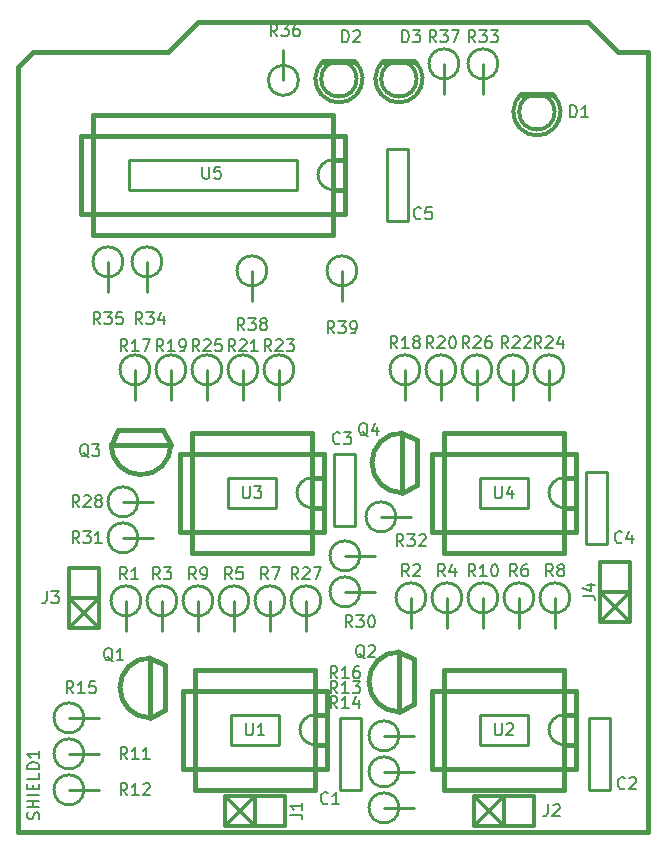
<source format=gto>
G04 #@! TF.FileFunction,Legend,Top*
%FSLAX46Y46*%
G04 Gerber Fmt 4.6, Leading zero omitted, Abs format (unit mm)*
G04 Created by KiCad (PCBNEW 4.0.6) date 10/27/17 08:06:12*
%MOMM*%
%LPD*%
G01*
G04 APERTURE LIST*
%ADD10C,0.100000*%
%ADD11C,0.248920*%
%ADD12C,0.299720*%
%ADD13C,0.254000*%
%ADD14C,0.381000*%
%ADD15C,0.304800*%
%ADD16C,0.150000*%
G04 APERTURE END LIST*
D10*
D11*
X83947000Y-136398000D02*
X85725000Y-136398000D01*
X85725000Y-136398000D02*
X85725000Y-130302000D01*
X85725000Y-130302000D02*
X83947000Y-130302000D01*
X83947000Y-130302000D02*
X83947000Y-136398000D01*
X105029000Y-136398000D02*
X106807000Y-136398000D01*
X106807000Y-136398000D02*
X106807000Y-130302000D01*
X106807000Y-130302000D02*
X105029000Y-130302000D01*
X105029000Y-130302000D02*
X105029000Y-136398000D01*
X85217000Y-107950000D02*
X83439000Y-107950000D01*
X83439000Y-107950000D02*
X83439000Y-114046000D01*
X83439000Y-114046000D02*
X85217000Y-114046000D01*
X85217000Y-114046000D02*
X85217000Y-107950000D01*
X104775000Y-115570000D02*
X106553000Y-115570000D01*
X106553000Y-115570000D02*
X106553000Y-109474000D01*
X106553000Y-109474000D02*
X104775000Y-109474000D01*
X104775000Y-109474000D02*
X104775000Y-115570000D01*
X87884000Y-88265000D02*
X89662000Y-88265000D01*
X89662000Y-88265000D02*
X89662000Y-82169000D01*
X89662000Y-82169000D02*
X87884000Y-82169000D01*
X87884000Y-82169000D02*
X87884000Y-88265000D01*
D12*
X82509360Y-74691240D02*
G75*
G03X82311240Y-77510640I1310640J-1508760D01*
G01*
X85321140Y-77530960D02*
G75*
G03X85150960Y-74698860I-1501140J1330960D01*
G01*
X81821020Y-76200000D02*
G75*
G03X83820000Y-78198980I1998980J0D01*
G01*
X83820000Y-78198980D02*
G75*
G03X85818980Y-76200000I0J1998980D01*
G01*
X85321140Y-74899520D02*
X82318860Y-74899520D01*
X85120480Y-74698860D02*
X82519520Y-74698860D01*
X85321140Y-76200000D02*
G75*
G03X85321140Y-76200000I-1501140J0D01*
G01*
X87589360Y-74691240D02*
G75*
G03X87391240Y-77510640I1310640J-1508760D01*
G01*
X90401140Y-77530960D02*
G75*
G03X90230960Y-74698860I-1501140J1330960D01*
G01*
X86901020Y-76200000D02*
G75*
G03X88900000Y-78198980I1998980J0D01*
G01*
X88900000Y-78198980D02*
G75*
G03X90898980Y-76200000I0J1998980D01*
G01*
X90401140Y-74899520D02*
X87398860Y-74899520D01*
X90200480Y-74698860D02*
X87599520Y-74698860D01*
X90401140Y-76200000D02*
G75*
G03X90401140Y-76200000I-1501140J0D01*
G01*
D13*
X65786000Y-120396000D02*
X65786000Y-122936000D01*
X67056000Y-120396000D02*
G75*
G03X67056000Y-120396000I-1270000J0D01*
G01*
X89916000Y-120142000D02*
X89916000Y-122682000D01*
X91186000Y-120142000D02*
G75*
G03X91186000Y-120142000I-1270000J0D01*
G01*
X68834000Y-120396000D02*
X68834000Y-122936000D01*
X70104000Y-120396000D02*
G75*
G03X70104000Y-120396000I-1270000J0D01*
G01*
X92964000Y-120142000D02*
X92964000Y-122682000D01*
X94234000Y-120142000D02*
G75*
G03X94234000Y-120142000I-1270000J0D01*
G01*
X74930000Y-120396000D02*
X74930000Y-122936000D01*
X76200000Y-120396000D02*
G75*
G03X76200000Y-120396000I-1270000J0D01*
G01*
X99060000Y-120142000D02*
X99060000Y-122682000D01*
X100330000Y-120142000D02*
G75*
G03X100330000Y-120142000I-1270000J0D01*
G01*
X77978000Y-120396000D02*
X77978000Y-122936000D01*
X79248000Y-120396000D02*
G75*
G03X79248000Y-120396000I-1270000J0D01*
G01*
X102108000Y-120142000D02*
X102108000Y-122682000D01*
X103378000Y-120142000D02*
G75*
G03X103378000Y-120142000I-1270000J0D01*
G01*
X71882000Y-120396000D02*
X71882000Y-122936000D01*
X73152000Y-120396000D02*
G75*
G03X73152000Y-120396000I-1270000J0D01*
G01*
X96012000Y-120142000D02*
X96012000Y-122682000D01*
X97282000Y-120142000D02*
G75*
G03X97282000Y-120142000I-1270000J0D01*
G01*
X60960000Y-133350000D02*
X63500000Y-133350000D01*
X62230000Y-133350000D02*
G75*
G03X62230000Y-133350000I-1270000J0D01*
G01*
X60960000Y-136398000D02*
X63500000Y-136398000D01*
X62230000Y-136398000D02*
G75*
G03X62230000Y-136398000I-1270000J0D01*
G01*
X87630000Y-134874000D02*
X90170000Y-134874000D01*
X88900000Y-134874000D02*
G75*
G03X88900000Y-134874000I-1270000J0D01*
G01*
X87630000Y-137922000D02*
X90170000Y-137922000D01*
X88900000Y-137922000D02*
G75*
G03X88900000Y-137922000I-1270000J0D01*
G01*
X60960000Y-130302000D02*
X63500000Y-130302000D01*
X62230000Y-130302000D02*
G75*
G03X62230000Y-130302000I-1270000J0D01*
G01*
X87630000Y-131826000D02*
X90170000Y-131826000D01*
X88900000Y-131826000D02*
G75*
G03X88900000Y-131826000I-1270000J0D01*
G01*
X66548000Y-100838000D02*
X66548000Y-103378000D01*
X67818000Y-100838000D02*
G75*
G03X67818000Y-100838000I-1270000J0D01*
G01*
X89408000Y-100838000D02*
X89408000Y-103378000D01*
X90678000Y-100838000D02*
G75*
G03X90678000Y-100838000I-1270000J0D01*
G01*
X69596000Y-100838000D02*
X69596000Y-103378000D01*
X70866000Y-100838000D02*
G75*
G03X70866000Y-100838000I-1270000J0D01*
G01*
X92456000Y-100838000D02*
X92456000Y-103378000D01*
X93726000Y-100838000D02*
G75*
G03X93726000Y-100838000I-1270000J0D01*
G01*
X75692000Y-100838000D02*
X75692000Y-103378000D01*
X76962000Y-100838000D02*
G75*
G03X76962000Y-100838000I-1270000J0D01*
G01*
X98552000Y-100838000D02*
X98552000Y-103378000D01*
X99822000Y-100838000D02*
G75*
G03X99822000Y-100838000I-1270000J0D01*
G01*
X78740000Y-100838000D02*
X78740000Y-103378000D01*
X80010000Y-100838000D02*
G75*
G03X80010000Y-100838000I-1270000J0D01*
G01*
X101600000Y-100838000D02*
X101600000Y-103378000D01*
X102870000Y-100838000D02*
G75*
G03X102870000Y-100838000I-1270000J0D01*
G01*
X72644000Y-100838000D02*
X72644000Y-103378000D01*
X73914000Y-100838000D02*
G75*
G03X73914000Y-100838000I-1270000J0D01*
G01*
X95504000Y-100838000D02*
X95504000Y-103378000D01*
X96774000Y-100838000D02*
G75*
G03X96774000Y-100838000I-1270000J0D01*
G01*
X81026000Y-120396000D02*
X81026000Y-122936000D01*
X82296000Y-120396000D02*
G75*
G03X82296000Y-120396000I-1270000J0D01*
G01*
X65532000Y-112014000D02*
X68072000Y-112014000D01*
X66802000Y-112014000D02*
G75*
G03X66802000Y-112014000I-1270000J0D01*
G01*
X84328000Y-116586000D02*
X86868000Y-116586000D01*
X85598000Y-116586000D02*
G75*
G03X85598000Y-116586000I-1270000J0D01*
G01*
X84328000Y-119634000D02*
X86868000Y-119634000D01*
X85598000Y-119634000D02*
G75*
G03X85598000Y-119634000I-1270000J0D01*
G01*
X65532000Y-115062000D02*
X68072000Y-115062000D01*
X66802000Y-115062000D02*
G75*
G03X66802000Y-115062000I-1270000J0D01*
G01*
X87376000Y-113284000D02*
X89916000Y-113284000D01*
X88646000Y-113284000D02*
G75*
G03X88646000Y-113284000I-1270000J0D01*
G01*
X96012000Y-74930000D02*
X96012000Y-77470000D01*
X97282000Y-74930000D02*
G75*
G03X97282000Y-74930000I-1270000J0D01*
G01*
X67564000Y-91694000D02*
X67564000Y-94234000D01*
X68834000Y-91694000D02*
G75*
G03X68834000Y-91694000I-1270000J0D01*
G01*
X64262000Y-91694000D02*
X64262000Y-94234000D01*
X65532000Y-91694000D02*
G75*
G03X65532000Y-91694000I-1270000J0D01*
G01*
X79121000Y-76327000D02*
X79121000Y-73787000D01*
X80391000Y-76327000D02*
G75*
G03X80391000Y-76327000I-1270000J0D01*
G01*
X92710000Y-74930000D02*
X92710000Y-77470000D01*
X93980000Y-74930000D02*
G75*
G03X93980000Y-74930000I-1270000J0D01*
G01*
X76454000Y-92456000D02*
X76454000Y-94996000D01*
X77724000Y-92456000D02*
G75*
G03X77724000Y-92456000I-1270000J0D01*
G01*
X84074000Y-92456000D02*
X84074000Y-94996000D01*
X85344000Y-92456000D02*
G75*
G03X85344000Y-92456000I-1270000J0D01*
G01*
D14*
X69360000Y-73960000D02*
X57930000Y-73960000D01*
X57930000Y-73960000D02*
X56660000Y-75230000D01*
X56660000Y-75230000D02*
X56660000Y-140000000D01*
X110000000Y-73960000D02*
X110000000Y-140000000D01*
X110000000Y-140000000D02*
X56660000Y-140000000D01*
X69360000Y-73960000D02*
X71900000Y-71420000D01*
X71900000Y-71420000D02*
X104920000Y-71420000D01*
X104920000Y-71420000D02*
X107460000Y-73960000D01*
X107460000Y-73960000D02*
X110000000Y-73960000D01*
D13*
X74676000Y-130048000D02*
X78740000Y-130048000D01*
X78740000Y-132588000D02*
X74676000Y-132588000D01*
D14*
X71628000Y-126238000D02*
X81788000Y-126238000D01*
X82804000Y-128016000D02*
X70612000Y-128016000D01*
X71628000Y-136398000D02*
X81788000Y-136398000D01*
X82804000Y-134620000D02*
X70612000Y-134620000D01*
D13*
X80518000Y-131318000D02*
G75*
G03X81788000Y-132588000I1270000J0D01*
G01*
X81788000Y-130048000D02*
G75*
G03X80518000Y-131318000I0J-1270000D01*
G01*
D14*
X81788000Y-130048000D02*
X82804000Y-130048000D01*
X81788000Y-132588000D02*
X82804000Y-132588000D01*
D13*
X78740000Y-132588000D02*
X78740000Y-130048000D01*
X74676000Y-130048000D02*
X74676000Y-132588000D01*
D14*
X71628000Y-136398000D02*
X71628000Y-126238000D01*
X81788000Y-126238000D02*
X81788000Y-136398000D01*
X70612000Y-134620000D02*
X70612000Y-128016000D01*
X82804000Y-128016000D02*
X82804000Y-134620000D01*
D13*
X95758000Y-130048000D02*
X99822000Y-130048000D01*
X99822000Y-132588000D02*
X95758000Y-132588000D01*
D14*
X92710000Y-126238000D02*
X102870000Y-126238000D01*
X103886000Y-128016000D02*
X91694000Y-128016000D01*
X92710000Y-136398000D02*
X102870000Y-136398000D01*
X103886000Y-134620000D02*
X91694000Y-134620000D01*
D13*
X101600000Y-131318000D02*
G75*
G03X102870000Y-132588000I1270000J0D01*
G01*
X102870000Y-130048000D02*
G75*
G03X101600000Y-131318000I0J-1270000D01*
G01*
D14*
X102870000Y-130048000D02*
X103886000Y-130048000D01*
X102870000Y-132588000D02*
X103886000Y-132588000D01*
D13*
X99822000Y-132588000D02*
X99822000Y-130048000D01*
X95758000Y-130048000D02*
X95758000Y-132588000D01*
D14*
X92710000Y-136398000D02*
X92710000Y-126238000D01*
X102870000Y-126238000D02*
X102870000Y-136398000D01*
X91694000Y-134620000D02*
X91694000Y-128016000D01*
X103886000Y-128016000D02*
X103886000Y-134620000D01*
D13*
X74422000Y-109982000D02*
X78486000Y-109982000D01*
X78486000Y-112522000D02*
X74422000Y-112522000D01*
D14*
X71374000Y-106172000D02*
X81534000Y-106172000D01*
X82550000Y-107950000D02*
X70358000Y-107950000D01*
X71374000Y-116332000D02*
X81534000Y-116332000D01*
X82550000Y-114554000D02*
X70358000Y-114554000D01*
D13*
X80264000Y-111252000D02*
G75*
G03X81534000Y-112522000I1270000J0D01*
G01*
X81534000Y-109982000D02*
G75*
G03X80264000Y-111252000I0J-1270000D01*
G01*
D14*
X81534000Y-109982000D02*
X82550000Y-109982000D01*
X81534000Y-112522000D02*
X82550000Y-112522000D01*
D13*
X78486000Y-112522000D02*
X78486000Y-109982000D01*
X74422000Y-109982000D02*
X74422000Y-112522000D01*
D14*
X71374000Y-116332000D02*
X71374000Y-106172000D01*
X81534000Y-106172000D02*
X81534000Y-116332000D01*
X70358000Y-114554000D02*
X70358000Y-107950000D01*
X82550000Y-107950000D02*
X82550000Y-114554000D01*
D13*
X95758000Y-109982000D02*
X99822000Y-109982000D01*
X99822000Y-112522000D02*
X95758000Y-112522000D01*
D14*
X92710000Y-106172000D02*
X102870000Y-106172000D01*
X103886000Y-107950000D02*
X91694000Y-107950000D01*
X92710000Y-116332000D02*
X102870000Y-116332000D01*
X103886000Y-114554000D02*
X91694000Y-114554000D01*
D13*
X101600000Y-111252000D02*
G75*
G03X102870000Y-112522000I1270000J0D01*
G01*
X102870000Y-109982000D02*
G75*
G03X101600000Y-111252000I0J-1270000D01*
G01*
D14*
X102870000Y-109982000D02*
X103886000Y-109982000D01*
X102870000Y-112522000D02*
X103886000Y-112522000D01*
D13*
X99822000Y-112522000D02*
X99822000Y-109982000D01*
X95758000Y-109982000D02*
X95758000Y-112522000D01*
D14*
X92710000Y-116332000D02*
X92710000Y-106172000D01*
X102870000Y-106172000D02*
X102870000Y-116332000D01*
X91694000Y-114554000D02*
X91694000Y-107950000D01*
X103886000Y-107950000D02*
X103886000Y-114554000D01*
D13*
X66040000Y-83058000D02*
X80264000Y-83058000D01*
X80264000Y-85598000D02*
X66040000Y-85598000D01*
D14*
X62992000Y-89408000D02*
X83312000Y-89408000D01*
X83312000Y-79248000D02*
X62992000Y-79248000D01*
X61976000Y-81026000D02*
X84328000Y-81026000D01*
X84328000Y-87630000D02*
X61976000Y-87630000D01*
D13*
X82042000Y-84328000D02*
G75*
G03X83312000Y-85598000I1270000J0D01*
G01*
X83312000Y-83058000D02*
G75*
G03X82042000Y-84328000I0J-1270000D01*
G01*
D14*
X83312000Y-83058000D02*
X84328000Y-83058000D01*
X83312000Y-85598000D02*
X84328000Y-85598000D01*
D13*
X80264000Y-85598000D02*
X80264000Y-83058000D01*
X66040000Y-83058000D02*
X66040000Y-85598000D01*
D14*
X62992000Y-89408000D02*
X62992000Y-79248000D01*
X83312000Y-79248000D02*
X83312000Y-89408000D01*
X61976000Y-87630000D02*
X61976000Y-81026000D01*
X84328000Y-81026000D02*
X84328000Y-87630000D01*
D12*
X99273360Y-77485240D02*
G75*
G03X99075240Y-80304640I1310640J-1508760D01*
G01*
X102085140Y-80324960D02*
G75*
G03X101914960Y-77492860I-1501140J1330960D01*
G01*
X98585020Y-78994000D02*
G75*
G03X100584000Y-80992980I1998980J0D01*
G01*
X100584000Y-80992980D02*
G75*
G03X102582980Y-78994000I0J1998980D01*
G01*
X102085140Y-77693520D02*
X99082860Y-77693520D01*
X101884480Y-77492860D02*
X99283520Y-77492860D01*
X102085140Y-78994000D02*
G75*
G03X102085140Y-78994000I-1501140J0D01*
G01*
D14*
X67818000Y-125222000D02*
X67818000Y-130302000D01*
X67818000Y-125222000D02*
X69088000Y-125857000D01*
X69088000Y-125857000D02*
X69088000Y-129667000D01*
X69088000Y-129667000D02*
X67818000Y-130302000D01*
X67818000Y-125222000D02*
G75*
G03X65278000Y-127762000I0J-2540000D01*
G01*
X65278000Y-127762000D02*
G75*
G03X67818000Y-130302000I2540000J0D01*
G01*
X88900000Y-124714000D02*
X88900000Y-129794000D01*
X88900000Y-124714000D02*
X90170000Y-125349000D01*
X90170000Y-125349000D02*
X90170000Y-129159000D01*
X90170000Y-129159000D02*
X88900000Y-129794000D01*
X88900000Y-124714000D02*
G75*
G03X86360000Y-127254000I0J-2540000D01*
G01*
X86360000Y-127254000D02*
G75*
G03X88900000Y-129794000I2540000J0D01*
G01*
X64516000Y-107188000D02*
X69596000Y-107188000D01*
X64516000Y-107188000D02*
X65151000Y-105918000D01*
X65151000Y-105918000D02*
X68961000Y-105918000D01*
X68961000Y-105918000D02*
X69596000Y-107188000D01*
X64516000Y-107188000D02*
G75*
G03X67056000Y-109728000I2540000J0D01*
G01*
X67056000Y-109728000D02*
G75*
G03X69596000Y-107188000I0J2540000D01*
G01*
X89154000Y-106172000D02*
X89154000Y-111252000D01*
X89154000Y-106172000D02*
X90424000Y-106807000D01*
X90424000Y-106807000D02*
X90424000Y-110617000D01*
X90424000Y-110617000D02*
X89154000Y-111252000D01*
X89154000Y-106172000D02*
G75*
G03X86614000Y-108712000I0J-2540000D01*
G01*
X86614000Y-108712000D02*
G75*
G03X89154000Y-111252000I2540000J0D01*
G01*
D15*
X76708000Y-136906000D02*
X76708000Y-139446000D01*
X76708000Y-139446000D02*
X74168000Y-136906000D01*
X74168000Y-139446000D02*
X76708000Y-136906000D01*
X79248000Y-139446000D02*
X74168000Y-139446000D01*
X74168000Y-136906000D02*
X79248000Y-136906000D01*
X74168000Y-139446000D02*
X74168000Y-136906000D01*
X79248000Y-136906000D02*
X79248000Y-139446000D01*
X97790000Y-136906000D02*
X97790000Y-139446000D01*
X97790000Y-139446000D02*
X95250000Y-136906000D01*
X95250000Y-139446000D02*
X97790000Y-136906000D01*
X100330000Y-139446000D02*
X95250000Y-139446000D01*
X95250000Y-136906000D02*
X100330000Y-136906000D01*
X95250000Y-139446000D02*
X95250000Y-136906000D01*
X100330000Y-136906000D02*
X100330000Y-139446000D01*
X60960000Y-120142000D02*
X63500000Y-120142000D01*
X63500000Y-120142000D02*
X60960000Y-122682000D01*
X63500000Y-122682000D02*
X60960000Y-120142000D01*
X63500000Y-117602000D02*
X63500000Y-122682000D01*
X60960000Y-122682000D02*
X60960000Y-117602000D01*
X63500000Y-122682000D02*
X60960000Y-122682000D01*
X60960000Y-117602000D02*
X63500000Y-117602000D01*
X105918000Y-119634000D02*
X108458000Y-119634000D01*
X108458000Y-119634000D02*
X105918000Y-122174000D01*
X108458000Y-122174000D02*
X105918000Y-119634000D01*
X108458000Y-117094000D02*
X108458000Y-122174000D01*
X105918000Y-122174000D02*
X105918000Y-117094000D01*
X108458000Y-122174000D02*
X105918000Y-122174000D01*
X105918000Y-117094000D02*
X108458000Y-117094000D01*
D16*
X82891334Y-137517143D02*
X82843715Y-137564762D01*
X82700858Y-137612381D01*
X82605620Y-137612381D01*
X82462762Y-137564762D01*
X82367524Y-137469524D01*
X82319905Y-137374286D01*
X82272286Y-137183810D01*
X82272286Y-137040952D01*
X82319905Y-136850476D01*
X82367524Y-136755238D01*
X82462762Y-136660000D01*
X82605620Y-136612381D01*
X82700858Y-136612381D01*
X82843715Y-136660000D01*
X82891334Y-136707619D01*
X83843715Y-137612381D02*
X83272286Y-137612381D01*
X83558000Y-137612381D02*
X83558000Y-136612381D01*
X83462762Y-136755238D01*
X83367524Y-136850476D01*
X83272286Y-136898095D01*
X108037334Y-136247143D02*
X107989715Y-136294762D01*
X107846858Y-136342381D01*
X107751620Y-136342381D01*
X107608762Y-136294762D01*
X107513524Y-136199524D01*
X107465905Y-136104286D01*
X107418286Y-135913810D01*
X107418286Y-135770952D01*
X107465905Y-135580476D01*
X107513524Y-135485238D01*
X107608762Y-135390000D01*
X107751620Y-135342381D01*
X107846858Y-135342381D01*
X107989715Y-135390000D01*
X108037334Y-135437619D01*
X108418286Y-135437619D02*
X108465905Y-135390000D01*
X108561143Y-135342381D01*
X108799239Y-135342381D01*
X108894477Y-135390000D01*
X108942096Y-135437619D01*
X108989715Y-135532857D01*
X108989715Y-135628095D01*
X108942096Y-135770952D01*
X108370667Y-136342381D01*
X108989715Y-136342381D01*
X83907334Y-107037143D02*
X83859715Y-107084762D01*
X83716858Y-107132381D01*
X83621620Y-107132381D01*
X83478762Y-107084762D01*
X83383524Y-106989524D01*
X83335905Y-106894286D01*
X83288286Y-106703810D01*
X83288286Y-106560952D01*
X83335905Y-106370476D01*
X83383524Y-106275238D01*
X83478762Y-106180000D01*
X83621620Y-106132381D01*
X83716858Y-106132381D01*
X83859715Y-106180000D01*
X83907334Y-106227619D01*
X84240667Y-106132381D02*
X84859715Y-106132381D01*
X84526381Y-106513333D01*
X84669239Y-106513333D01*
X84764477Y-106560952D01*
X84812096Y-106608571D01*
X84859715Y-106703810D01*
X84859715Y-106941905D01*
X84812096Y-107037143D01*
X84764477Y-107084762D01*
X84669239Y-107132381D01*
X84383524Y-107132381D01*
X84288286Y-107084762D01*
X84240667Y-107037143D01*
X107783334Y-115419143D02*
X107735715Y-115466762D01*
X107592858Y-115514381D01*
X107497620Y-115514381D01*
X107354762Y-115466762D01*
X107259524Y-115371524D01*
X107211905Y-115276286D01*
X107164286Y-115085810D01*
X107164286Y-114942952D01*
X107211905Y-114752476D01*
X107259524Y-114657238D01*
X107354762Y-114562000D01*
X107497620Y-114514381D01*
X107592858Y-114514381D01*
X107735715Y-114562000D01*
X107783334Y-114609619D01*
X108640477Y-114847714D02*
X108640477Y-115514381D01*
X108402381Y-114466762D02*
X108164286Y-115181048D01*
X108783334Y-115181048D01*
X90765334Y-87987143D02*
X90717715Y-88034762D01*
X90574858Y-88082381D01*
X90479620Y-88082381D01*
X90336762Y-88034762D01*
X90241524Y-87939524D01*
X90193905Y-87844286D01*
X90146286Y-87653810D01*
X90146286Y-87510952D01*
X90193905Y-87320476D01*
X90241524Y-87225238D01*
X90336762Y-87130000D01*
X90479620Y-87082381D01*
X90574858Y-87082381D01*
X90717715Y-87130000D01*
X90765334Y-87177619D01*
X91670096Y-87082381D02*
X91193905Y-87082381D01*
X91146286Y-87558571D01*
X91193905Y-87510952D01*
X91289143Y-87463333D01*
X91527239Y-87463333D01*
X91622477Y-87510952D01*
X91670096Y-87558571D01*
X91717715Y-87653810D01*
X91717715Y-87891905D01*
X91670096Y-87987143D01*
X91622477Y-88034762D01*
X91527239Y-88082381D01*
X91289143Y-88082381D01*
X91193905Y-88034762D01*
X91146286Y-87987143D01*
X84097905Y-73096381D02*
X84097905Y-72096381D01*
X84336000Y-72096381D01*
X84478858Y-72144000D01*
X84574096Y-72239238D01*
X84621715Y-72334476D01*
X84669334Y-72524952D01*
X84669334Y-72667810D01*
X84621715Y-72858286D01*
X84574096Y-72953524D01*
X84478858Y-73048762D01*
X84336000Y-73096381D01*
X84097905Y-73096381D01*
X85050286Y-72191619D02*
X85097905Y-72144000D01*
X85193143Y-72096381D01*
X85431239Y-72096381D01*
X85526477Y-72144000D01*
X85574096Y-72191619D01*
X85621715Y-72286857D01*
X85621715Y-72382095D01*
X85574096Y-72524952D01*
X85002667Y-73096381D01*
X85621715Y-73096381D01*
X89177905Y-73096381D02*
X89177905Y-72096381D01*
X89416000Y-72096381D01*
X89558858Y-72144000D01*
X89654096Y-72239238D01*
X89701715Y-72334476D01*
X89749334Y-72524952D01*
X89749334Y-72667810D01*
X89701715Y-72858286D01*
X89654096Y-72953524D01*
X89558858Y-73048762D01*
X89416000Y-73096381D01*
X89177905Y-73096381D01*
X90082667Y-72096381D02*
X90701715Y-72096381D01*
X90368381Y-72477333D01*
X90511239Y-72477333D01*
X90606477Y-72524952D01*
X90654096Y-72572571D01*
X90701715Y-72667810D01*
X90701715Y-72905905D01*
X90654096Y-73001143D01*
X90606477Y-73048762D01*
X90511239Y-73096381D01*
X90225524Y-73096381D01*
X90130286Y-73048762D01*
X90082667Y-73001143D01*
X65873334Y-118562381D02*
X65540000Y-118086190D01*
X65301905Y-118562381D02*
X65301905Y-117562381D01*
X65682858Y-117562381D01*
X65778096Y-117610000D01*
X65825715Y-117657619D01*
X65873334Y-117752857D01*
X65873334Y-117895714D01*
X65825715Y-117990952D01*
X65778096Y-118038571D01*
X65682858Y-118086190D01*
X65301905Y-118086190D01*
X66825715Y-118562381D02*
X66254286Y-118562381D01*
X66540000Y-118562381D02*
X66540000Y-117562381D01*
X66444762Y-117705238D01*
X66349524Y-117800476D01*
X66254286Y-117848095D01*
X89749334Y-118308381D02*
X89416000Y-117832190D01*
X89177905Y-118308381D02*
X89177905Y-117308381D01*
X89558858Y-117308381D01*
X89654096Y-117356000D01*
X89701715Y-117403619D01*
X89749334Y-117498857D01*
X89749334Y-117641714D01*
X89701715Y-117736952D01*
X89654096Y-117784571D01*
X89558858Y-117832190D01*
X89177905Y-117832190D01*
X90130286Y-117403619D02*
X90177905Y-117356000D01*
X90273143Y-117308381D01*
X90511239Y-117308381D01*
X90606477Y-117356000D01*
X90654096Y-117403619D01*
X90701715Y-117498857D01*
X90701715Y-117594095D01*
X90654096Y-117736952D01*
X90082667Y-118308381D01*
X90701715Y-118308381D01*
X68667334Y-118562381D02*
X68334000Y-118086190D01*
X68095905Y-118562381D02*
X68095905Y-117562381D01*
X68476858Y-117562381D01*
X68572096Y-117610000D01*
X68619715Y-117657619D01*
X68667334Y-117752857D01*
X68667334Y-117895714D01*
X68619715Y-117990952D01*
X68572096Y-118038571D01*
X68476858Y-118086190D01*
X68095905Y-118086190D01*
X69000667Y-117562381D02*
X69619715Y-117562381D01*
X69286381Y-117943333D01*
X69429239Y-117943333D01*
X69524477Y-117990952D01*
X69572096Y-118038571D01*
X69619715Y-118133810D01*
X69619715Y-118371905D01*
X69572096Y-118467143D01*
X69524477Y-118514762D01*
X69429239Y-118562381D01*
X69143524Y-118562381D01*
X69048286Y-118514762D01*
X69000667Y-118467143D01*
X92797334Y-118308381D02*
X92464000Y-117832190D01*
X92225905Y-118308381D02*
X92225905Y-117308381D01*
X92606858Y-117308381D01*
X92702096Y-117356000D01*
X92749715Y-117403619D01*
X92797334Y-117498857D01*
X92797334Y-117641714D01*
X92749715Y-117736952D01*
X92702096Y-117784571D01*
X92606858Y-117832190D01*
X92225905Y-117832190D01*
X93654477Y-117641714D02*
X93654477Y-118308381D01*
X93416381Y-117260762D02*
X93178286Y-117975048D01*
X93797334Y-117975048D01*
X74763334Y-118562381D02*
X74430000Y-118086190D01*
X74191905Y-118562381D02*
X74191905Y-117562381D01*
X74572858Y-117562381D01*
X74668096Y-117610000D01*
X74715715Y-117657619D01*
X74763334Y-117752857D01*
X74763334Y-117895714D01*
X74715715Y-117990952D01*
X74668096Y-118038571D01*
X74572858Y-118086190D01*
X74191905Y-118086190D01*
X75668096Y-117562381D02*
X75191905Y-117562381D01*
X75144286Y-118038571D01*
X75191905Y-117990952D01*
X75287143Y-117943333D01*
X75525239Y-117943333D01*
X75620477Y-117990952D01*
X75668096Y-118038571D01*
X75715715Y-118133810D01*
X75715715Y-118371905D01*
X75668096Y-118467143D01*
X75620477Y-118514762D01*
X75525239Y-118562381D01*
X75287143Y-118562381D01*
X75191905Y-118514762D01*
X75144286Y-118467143D01*
X98893334Y-118308381D02*
X98560000Y-117832190D01*
X98321905Y-118308381D02*
X98321905Y-117308381D01*
X98702858Y-117308381D01*
X98798096Y-117356000D01*
X98845715Y-117403619D01*
X98893334Y-117498857D01*
X98893334Y-117641714D01*
X98845715Y-117736952D01*
X98798096Y-117784571D01*
X98702858Y-117832190D01*
X98321905Y-117832190D01*
X99750477Y-117308381D02*
X99560000Y-117308381D01*
X99464762Y-117356000D01*
X99417143Y-117403619D01*
X99321905Y-117546476D01*
X99274286Y-117736952D01*
X99274286Y-118117905D01*
X99321905Y-118213143D01*
X99369524Y-118260762D01*
X99464762Y-118308381D01*
X99655239Y-118308381D01*
X99750477Y-118260762D01*
X99798096Y-118213143D01*
X99845715Y-118117905D01*
X99845715Y-117879810D01*
X99798096Y-117784571D01*
X99750477Y-117736952D01*
X99655239Y-117689333D01*
X99464762Y-117689333D01*
X99369524Y-117736952D01*
X99321905Y-117784571D01*
X99274286Y-117879810D01*
X77811334Y-118562381D02*
X77478000Y-118086190D01*
X77239905Y-118562381D02*
X77239905Y-117562381D01*
X77620858Y-117562381D01*
X77716096Y-117610000D01*
X77763715Y-117657619D01*
X77811334Y-117752857D01*
X77811334Y-117895714D01*
X77763715Y-117990952D01*
X77716096Y-118038571D01*
X77620858Y-118086190D01*
X77239905Y-118086190D01*
X78144667Y-117562381D02*
X78811334Y-117562381D01*
X78382762Y-118562381D01*
X101941334Y-118308381D02*
X101608000Y-117832190D01*
X101369905Y-118308381D02*
X101369905Y-117308381D01*
X101750858Y-117308381D01*
X101846096Y-117356000D01*
X101893715Y-117403619D01*
X101941334Y-117498857D01*
X101941334Y-117641714D01*
X101893715Y-117736952D01*
X101846096Y-117784571D01*
X101750858Y-117832190D01*
X101369905Y-117832190D01*
X102512762Y-117736952D02*
X102417524Y-117689333D01*
X102369905Y-117641714D01*
X102322286Y-117546476D01*
X102322286Y-117498857D01*
X102369905Y-117403619D01*
X102417524Y-117356000D01*
X102512762Y-117308381D01*
X102703239Y-117308381D01*
X102798477Y-117356000D01*
X102846096Y-117403619D01*
X102893715Y-117498857D01*
X102893715Y-117546476D01*
X102846096Y-117641714D01*
X102798477Y-117689333D01*
X102703239Y-117736952D01*
X102512762Y-117736952D01*
X102417524Y-117784571D01*
X102369905Y-117832190D01*
X102322286Y-117927429D01*
X102322286Y-118117905D01*
X102369905Y-118213143D01*
X102417524Y-118260762D01*
X102512762Y-118308381D01*
X102703239Y-118308381D01*
X102798477Y-118260762D01*
X102846096Y-118213143D01*
X102893715Y-118117905D01*
X102893715Y-117927429D01*
X102846096Y-117832190D01*
X102798477Y-117784571D01*
X102703239Y-117736952D01*
X71715334Y-118562381D02*
X71382000Y-118086190D01*
X71143905Y-118562381D02*
X71143905Y-117562381D01*
X71524858Y-117562381D01*
X71620096Y-117610000D01*
X71667715Y-117657619D01*
X71715334Y-117752857D01*
X71715334Y-117895714D01*
X71667715Y-117990952D01*
X71620096Y-118038571D01*
X71524858Y-118086190D01*
X71143905Y-118086190D01*
X72191524Y-118562381D02*
X72382000Y-118562381D01*
X72477239Y-118514762D01*
X72524858Y-118467143D01*
X72620096Y-118324286D01*
X72667715Y-118133810D01*
X72667715Y-117752857D01*
X72620096Y-117657619D01*
X72572477Y-117610000D01*
X72477239Y-117562381D01*
X72286762Y-117562381D01*
X72191524Y-117610000D01*
X72143905Y-117657619D01*
X72096286Y-117752857D01*
X72096286Y-117990952D01*
X72143905Y-118086190D01*
X72191524Y-118133810D01*
X72286762Y-118181429D01*
X72477239Y-118181429D01*
X72572477Y-118133810D01*
X72620096Y-118086190D01*
X72667715Y-117990952D01*
X95369143Y-118308381D02*
X95035809Y-117832190D01*
X94797714Y-118308381D02*
X94797714Y-117308381D01*
X95178667Y-117308381D01*
X95273905Y-117356000D01*
X95321524Y-117403619D01*
X95369143Y-117498857D01*
X95369143Y-117641714D01*
X95321524Y-117736952D01*
X95273905Y-117784571D01*
X95178667Y-117832190D01*
X94797714Y-117832190D01*
X96321524Y-118308381D02*
X95750095Y-118308381D01*
X96035809Y-118308381D02*
X96035809Y-117308381D01*
X95940571Y-117451238D01*
X95845333Y-117546476D01*
X95750095Y-117594095D01*
X96940571Y-117308381D02*
X97035810Y-117308381D01*
X97131048Y-117356000D01*
X97178667Y-117403619D01*
X97226286Y-117498857D01*
X97273905Y-117689333D01*
X97273905Y-117927429D01*
X97226286Y-118117905D01*
X97178667Y-118213143D01*
X97131048Y-118260762D01*
X97035810Y-118308381D01*
X96940571Y-118308381D01*
X96845333Y-118260762D01*
X96797714Y-118213143D01*
X96750095Y-118117905D01*
X96702476Y-117927429D01*
X96702476Y-117689333D01*
X96750095Y-117498857D01*
X96797714Y-117403619D01*
X96845333Y-117356000D01*
X96940571Y-117308381D01*
X65905143Y-133802381D02*
X65571809Y-133326190D01*
X65333714Y-133802381D02*
X65333714Y-132802381D01*
X65714667Y-132802381D01*
X65809905Y-132850000D01*
X65857524Y-132897619D01*
X65905143Y-132992857D01*
X65905143Y-133135714D01*
X65857524Y-133230952D01*
X65809905Y-133278571D01*
X65714667Y-133326190D01*
X65333714Y-133326190D01*
X66857524Y-133802381D02*
X66286095Y-133802381D01*
X66571809Y-133802381D02*
X66571809Y-132802381D01*
X66476571Y-132945238D01*
X66381333Y-133040476D01*
X66286095Y-133088095D01*
X67809905Y-133802381D02*
X67238476Y-133802381D01*
X67524190Y-133802381D02*
X67524190Y-132802381D01*
X67428952Y-132945238D01*
X67333714Y-133040476D01*
X67238476Y-133088095D01*
X65905143Y-136850381D02*
X65571809Y-136374190D01*
X65333714Y-136850381D02*
X65333714Y-135850381D01*
X65714667Y-135850381D01*
X65809905Y-135898000D01*
X65857524Y-135945619D01*
X65905143Y-136040857D01*
X65905143Y-136183714D01*
X65857524Y-136278952D01*
X65809905Y-136326571D01*
X65714667Y-136374190D01*
X65333714Y-136374190D01*
X66857524Y-136850381D02*
X66286095Y-136850381D01*
X66571809Y-136850381D02*
X66571809Y-135850381D01*
X66476571Y-135993238D01*
X66381333Y-136088476D01*
X66286095Y-136136095D01*
X67238476Y-135945619D02*
X67286095Y-135898000D01*
X67381333Y-135850381D01*
X67619429Y-135850381D01*
X67714667Y-135898000D01*
X67762286Y-135945619D01*
X67809905Y-136040857D01*
X67809905Y-136136095D01*
X67762286Y-136278952D01*
X67190857Y-136850381D01*
X67809905Y-136850381D01*
X83685143Y-128214381D02*
X83351809Y-127738190D01*
X83113714Y-128214381D02*
X83113714Y-127214381D01*
X83494667Y-127214381D01*
X83589905Y-127262000D01*
X83637524Y-127309619D01*
X83685143Y-127404857D01*
X83685143Y-127547714D01*
X83637524Y-127642952D01*
X83589905Y-127690571D01*
X83494667Y-127738190D01*
X83113714Y-127738190D01*
X84637524Y-128214381D02*
X84066095Y-128214381D01*
X84351809Y-128214381D02*
X84351809Y-127214381D01*
X84256571Y-127357238D01*
X84161333Y-127452476D01*
X84066095Y-127500095D01*
X84970857Y-127214381D02*
X85589905Y-127214381D01*
X85256571Y-127595333D01*
X85399429Y-127595333D01*
X85494667Y-127642952D01*
X85542286Y-127690571D01*
X85589905Y-127785810D01*
X85589905Y-128023905D01*
X85542286Y-128119143D01*
X85494667Y-128166762D01*
X85399429Y-128214381D01*
X85113714Y-128214381D01*
X85018476Y-128166762D01*
X84970857Y-128119143D01*
X83685143Y-129484381D02*
X83351809Y-129008190D01*
X83113714Y-129484381D02*
X83113714Y-128484381D01*
X83494667Y-128484381D01*
X83589905Y-128532000D01*
X83637524Y-128579619D01*
X83685143Y-128674857D01*
X83685143Y-128817714D01*
X83637524Y-128912952D01*
X83589905Y-128960571D01*
X83494667Y-129008190D01*
X83113714Y-129008190D01*
X84637524Y-129484381D02*
X84066095Y-129484381D01*
X84351809Y-129484381D02*
X84351809Y-128484381D01*
X84256571Y-128627238D01*
X84161333Y-128722476D01*
X84066095Y-128770095D01*
X85494667Y-128817714D02*
X85494667Y-129484381D01*
X85256571Y-128436762D02*
X85018476Y-129151048D01*
X85637524Y-129151048D01*
X61333143Y-128214381D02*
X60999809Y-127738190D01*
X60761714Y-128214381D02*
X60761714Y-127214381D01*
X61142667Y-127214381D01*
X61237905Y-127262000D01*
X61285524Y-127309619D01*
X61333143Y-127404857D01*
X61333143Y-127547714D01*
X61285524Y-127642952D01*
X61237905Y-127690571D01*
X61142667Y-127738190D01*
X60761714Y-127738190D01*
X62285524Y-128214381D02*
X61714095Y-128214381D01*
X61999809Y-128214381D02*
X61999809Y-127214381D01*
X61904571Y-127357238D01*
X61809333Y-127452476D01*
X61714095Y-127500095D01*
X63190286Y-127214381D02*
X62714095Y-127214381D01*
X62666476Y-127690571D01*
X62714095Y-127642952D01*
X62809333Y-127595333D01*
X63047429Y-127595333D01*
X63142667Y-127642952D01*
X63190286Y-127690571D01*
X63237905Y-127785810D01*
X63237905Y-128023905D01*
X63190286Y-128119143D01*
X63142667Y-128166762D01*
X63047429Y-128214381D01*
X62809333Y-128214381D01*
X62714095Y-128166762D01*
X62666476Y-128119143D01*
X83685143Y-126944381D02*
X83351809Y-126468190D01*
X83113714Y-126944381D02*
X83113714Y-125944381D01*
X83494667Y-125944381D01*
X83589905Y-125992000D01*
X83637524Y-126039619D01*
X83685143Y-126134857D01*
X83685143Y-126277714D01*
X83637524Y-126372952D01*
X83589905Y-126420571D01*
X83494667Y-126468190D01*
X83113714Y-126468190D01*
X84637524Y-126944381D02*
X84066095Y-126944381D01*
X84351809Y-126944381D02*
X84351809Y-125944381D01*
X84256571Y-126087238D01*
X84161333Y-126182476D01*
X84066095Y-126230095D01*
X85494667Y-125944381D02*
X85304190Y-125944381D01*
X85208952Y-125992000D01*
X85161333Y-126039619D01*
X85066095Y-126182476D01*
X85018476Y-126372952D01*
X85018476Y-126753905D01*
X85066095Y-126849143D01*
X85113714Y-126896762D01*
X85208952Y-126944381D01*
X85399429Y-126944381D01*
X85494667Y-126896762D01*
X85542286Y-126849143D01*
X85589905Y-126753905D01*
X85589905Y-126515810D01*
X85542286Y-126420571D01*
X85494667Y-126372952D01*
X85399429Y-126325333D01*
X85208952Y-126325333D01*
X85113714Y-126372952D01*
X85066095Y-126420571D01*
X85018476Y-126515810D01*
X65905143Y-99258381D02*
X65571809Y-98782190D01*
X65333714Y-99258381D02*
X65333714Y-98258381D01*
X65714667Y-98258381D01*
X65809905Y-98306000D01*
X65857524Y-98353619D01*
X65905143Y-98448857D01*
X65905143Y-98591714D01*
X65857524Y-98686952D01*
X65809905Y-98734571D01*
X65714667Y-98782190D01*
X65333714Y-98782190D01*
X66857524Y-99258381D02*
X66286095Y-99258381D01*
X66571809Y-99258381D02*
X66571809Y-98258381D01*
X66476571Y-98401238D01*
X66381333Y-98496476D01*
X66286095Y-98544095D01*
X67190857Y-98258381D02*
X67857524Y-98258381D01*
X67428952Y-99258381D01*
X88765143Y-99004381D02*
X88431809Y-98528190D01*
X88193714Y-99004381D02*
X88193714Y-98004381D01*
X88574667Y-98004381D01*
X88669905Y-98052000D01*
X88717524Y-98099619D01*
X88765143Y-98194857D01*
X88765143Y-98337714D01*
X88717524Y-98432952D01*
X88669905Y-98480571D01*
X88574667Y-98528190D01*
X88193714Y-98528190D01*
X89717524Y-99004381D02*
X89146095Y-99004381D01*
X89431809Y-99004381D02*
X89431809Y-98004381D01*
X89336571Y-98147238D01*
X89241333Y-98242476D01*
X89146095Y-98290095D01*
X90288952Y-98432952D02*
X90193714Y-98385333D01*
X90146095Y-98337714D01*
X90098476Y-98242476D01*
X90098476Y-98194857D01*
X90146095Y-98099619D01*
X90193714Y-98052000D01*
X90288952Y-98004381D01*
X90479429Y-98004381D01*
X90574667Y-98052000D01*
X90622286Y-98099619D01*
X90669905Y-98194857D01*
X90669905Y-98242476D01*
X90622286Y-98337714D01*
X90574667Y-98385333D01*
X90479429Y-98432952D01*
X90288952Y-98432952D01*
X90193714Y-98480571D01*
X90146095Y-98528190D01*
X90098476Y-98623429D01*
X90098476Y-98813905D01*
X90146095Y-98909143D01*
X90193714Y-98956762D01*
X90288952Y-99004381D01*
X90479429Y-99004381D01*
X90574667Y-98956762D01*
X90622286Y-98909143D01*
X90669905Y-98813905D01*
X90669905Y-98623429D01*
X90622286Y-98528190D01*
X90574667Y-98480571D01*
X90479429Y-98432952D01*
X68953143Y-99258381D02*
X68619809Y-98782190D01*
X68381714Y-99258381D02*
X68381714Y-98258381D01*
X68762667Y-98258381D01*
X68857905Y-98306000D01*
X68905524Y-98353619D01*
X68953143Y-98448857D01*
X68953143Y-98591714D01*
X68905524Y-98686952D01*
X68857905Y-98734571D01*
X68762667Y-98782190D01*
X68381714Y-98782190D01*
X69905524Y-99258381D02*
X69334095Y-99258381D01*
X69619809Y-99258381D02*
X69619809Y-98258381D01*
X69524571Y-98401238D01*
X69429333Y-98496476D01*
X69334095Y-98544095D01*
X70381714Y-99258381D02*
X70572190Y-99258381D01*
X70667429Y-99210762D01*
X70715048Y-99163143D01*
X70810286Y-99020286D01*
X70857905Y-98829810D01*
X70857905Y-98448857D01*
X70810286Y-98353619D01*
X70762667Y-98306000D01*
X70667429Y-98258381D01*
X70476952Y-98258381D01*
X70381714Y-98306000D01*
X70334095Y-98353619D01*
X70286476Y-98448857D01*
X70286476Y-98686952D01*
X70334095Y-98782190D01*
X70381714Y-98829810D01*
X70476952Y-98877429D01*
X70667429Y-98877429D01*
X70762667Y-98829810D01*
X70810286Y-98782190D01*
X70857905Y-98686952D01*
X91813143Y-99004381D02*
X91479809Y-98528190D01*
X91241714Y-99004381D02*
X91241714Y-98004381D01*
X91622667Y-98004381D01*
X91717905Y-98052000D01*
X91765524Y-98099619D01*
X91813143Y-98194857D01*
X91813143Y-98337714D01*
X91765524Y-98432952D01*
X91717905Y-98480571D01*
X91622667Y-98528190D01*
X91241714Y-98528190D01*
X92194095Y-98099619D02*
X92241714Y-98052000D01*
X92336952Y-98004381D01*
X92575048Y-98004381D01*
X92670286Y-98052000D01*
X92717905Y-98099619D01*
X92765524Y-98194857D01*
X92765524Y-98290095D01*
X92717905Y-98432952D01*
X92146476Y-99004381D01*
X92765524Y-99004381D01*
X93384571Y-98004381D02*
X93479810Y-98004381D01*
X93575048Y-98052000D01*
X93622667Y-98099619D01*
X93670286Y-98194857D01*
X93717905Y-98385333D01*
X93717905Y-98623429D01*
X93670286Y-98813905D01*
X93622667Y-98909143D01*
X93575048Y-98956762D01*
X93479810Y-99004381D01*
X93384571Y-99004381D01*
X93289333Y-98956762D01*
X93241714Y-98909143D01*
X93194095Y-98813905D01*
X93146476Y-98623429D01*
X93146476Y-98385333D01*
X93194095Y-98194857D01*
X93241714Y-98099619D01*
X93289333Y-98052000D01*
X93384571Y-98004381D01*
X75049143Y-99258381D02*
X74715809Y-98782190D01*
X74477714Y-99258381D02*
X74477714Y-98258381D01*
X74858667Y-98258381D01*
X74953905Y-98306000D01*
X75001524Y-98353619D01*
X75049143Y-98448857D01*
X75049143Y-98591714D01*
X75001524Y-98686952D01*
X74953905Y-98734571D01*
X74858667Y-98782190D01*
X74477714Y-98782190D01*
X75430095Y-98353619D02*
X75477714Y-98306000D01*
X75572952Y-98258381D01*
X75811048Y-98258381D01*
X75906286Y-98306000D01*
X75953905Y-98353619D01*
X76001524Y-98448857D01*
X76001524Y-98544095D01*
X75953905Y-98686952D01*
X75382476Y-99258381D01*
X76001524Y-99258381D01*
X76953905Y-99258381D02*
X76382476Y-99258381D01*
X76668190Y-99258381D02*
X76668190Y-98258381D01*
X76572952Y-98401238D01*
X76477714Y-98496476D01*
X76382476Y-98544095D01*
X98163143Y-99004381D02*
X97829809Y-98528190D01*
X97591714Y-99004381D02*
X97591714Y-98004381D01*
X97972667Y-98004381D01*
X98067905Y-98052000D01*
X98115524Y-98099619D01*
X98163143Y-98194857D01*
X98163143Y-98337714D01*
X98115524Y-98432952D01*
X98067905Y-98480571D01*
X97972667Y-98528190D01*
X97591714Y-98528190D01*
X98544095Y-98099619D02*
X98591714Y-98052000D01*
X98686952Y-98004381D01*
X98925048Y-98004381D01*
X99020286Y-98052000D01*
X99067905Y-98099619D01*
X99115524Y-98194857D01*
X99115524Y-98290095D01*
X99067905Y-98432952D01*
X98496476Y-99004381D01*
X99115524Y-99004381D01*
X99496476Y-98099619D02*
X99544095Y-98052000D01*
X99639333Y-98004381D01*
X99877429Y-98004381D01*
X99972667Y-98052000D01*
X100020286Y-98099619D01*
X100067905Y-98194857D01*
X100067905Y-98290095D01*
X100020286Y-98432952D01*
X99448857Y-99004381D01*
X100067905Y-99004381D01*
X78097143Y-99258381D02*
X77763809Y-98782190D01*
X77525714Y-99258381D02*
X77525714Y-98258381D01*
X77906667Y-98258381D01*
X78001905Y-98306000D01*
X78049524Y-98353619D01*
X78097143Y-98448857D01*
X78097143Y-98591714D01*
X78049524Y-98686952D01*
X78001905Y-98734571D01*
X77906667Y-98782190D01*
X77525714Y-98782190D01*
X78478095Y-98353619D02*
X78525714Y-98306000D01*
X78620952Y-98258381D01*
X78859048Y-98258381D01*
X78954286Y-98306000D01*
X79001905Y-98353619D01*
X79049524Y-98448857D01*
X79049524Y-98544095D01*
X79001905Y-98686952D01*
X78430476Y-99258381D01*
X79049524Y-99258381D01*
X79382857Y-98258381D02*
X80001905Y-98258381D01*
X79668571Y-98639333D01*
X79811429Y-98639333D01*
X79906667Y-98686952D01*
X79954286Y-98734571D01*
X80001905Y-98829810D01*
X80001905Y-99067905D01*
X79954286Y-99163143D01*
X79906667Y-99210762D01*
X79811429Y-99258381D01*
X79525714Y-99258381D01*
X79430476Y-99210762D01*
X79382857Y-99163143D01*
X100957143Y-99004381D02*
X100623809Y-98528190D01*
X100385714Y-99004381D02*
X100385714Y-98004381D01*
X100766667Y-98004381D01*
X100861905Y-98052000D01*
X100909524Y-98099619D01*
X100957143Y-98194857D01*
X100957143Y-98337714D01*
X100909524Y-98432952D01*
X100861905Y-98480571D01*
X100766667Y-98528190D01*
X100385714Y-98528190D01*
X101338095Y-98099619D02*
X101385714Y-98052000D01*
X101480952Y-98004381D01*
X101719048Y-98004381D01*
X101814286Y-98052000D01*
X101861905Y-98099619D01*
X101909524Y-98194857D01*
X101909524Y-98290095D01*
X101861905Y-98432952D01*
X101290476Y-99004381D01*
X101909524Y-99004381D01*
X102766667Y-98337714D02*
X102766667Y-99004381D01*
X102528571Y-97956762D02*
X102290476Y-98671048D01*
X102909524Y-98671048D01*
X72001143Y-99258381D02*
X71667809Y-98782190D01*
X71429714Y-99258381D02*
X71429714Y-98258381D01*
X71810667Y-98258381D01*
X71905905Y-98306000D01*
X71953524Y-98353619D01*
X72001143Y-98448857D01*
X72001143Y-98591714D01*
X71953524Y-98686952D01*
X71905905Y-98734571D01*
X71810667Y-98782190D01*
X71429714Y-98782190D01*
X72382095Y-98353619D02*
X72429714Y-98306000D01*
X72524952Y-98258381D01*
X72763048Y-98258381D01*
X72858286Y-98306000D01*
X72905905Y-98353619D01*
X72953524Y-98448857D01*
X72953524Y-98544095D01*
X72905905Y-98686952D01*
X72334476Y-99258381D01*
X72953524Y-99258381D01*
X73858286Y-98258381D02*
X73382095Y-98258381D01*
X73334476Y-98734571D01*
X73382095Y-98686952D01*
X73477333Y-98639333D01*
X73715429Y-98639333D01*
X73810667Y-98686952D01*
X73858286Y-98734571D01*
X73905905Y-98829810D01*
X73905905Y-99067905D01*
X73858286Y-99163143D01*
X73810667Y-99210762D01*
X73715429Y-99258381D01*
X73477333Y-99258381D01*
X73382095Y-99210762D01*
X73334476Y-99163143D01*
X94861143Y-99004381D02*
X94527809Y-98528190D01*
X94289714Y-99004381D02*
X94289714Y-98004381D01*
X94670667Y-98004381D01*
X94765905Y-98052000D01*
X94813524Y-98099619D01*
X94861143Y-98194857D01*
X94861143Y-98337714D01*
X94813524Y-98432952D01*
X94765905Y-98480571D01*
X94670667Y-98528190D01*
X94289714Y-98528190D01*
X95242095Y-98099619D02*
X95289714Y-98052000D01*
X95384952Y-98004381D01*
X95623048Y-98004381D01*
X95718286Y-98052000D01*
X95765905Y-98099619D01*
X95813524Y-98194857D01*
X95813524Y-98290095D01*
X95765905Y-98432952D01*
X95194476Y-99004381D01*
X95813524Y-99004381D01*
X96670667Y-98004381D02*
X96480190Y-98004381D01*
X96384952Y-98052000D01*
X96337333Y-98099619D01*
X96242095Y-98242476D01*
X96194476Y-98432952D01*
X96194476Y-98813905D01*
X96242095Y-98909143D01*
X96289714Y-98956762D01*
X96384952Y-99004381D01*
X96575429Y-99004381D01*
X96670667Y-98956762D01*
X96718286Y-98909143D01*
X96765905Y-98813905D01*
X96765905Y-98575810D01*
X96718286Y-98480571D01*
X96670667Y-98432952D01*
X96575429Y-98385333D01*
X96384952Y-98385333D01*
X96289714Y-98432952D01*
X96242095Y-98480571D01*
X96194476Y-98575810D01*
X80383143Y-118562381D02*
X80049809Y-118086190D01*
X79811714Y-118562381D02*
X79811714Y-117562381D01*
X80192667Y-117562381D01*
X80287905Y-117610000D01*
X80335524Y-117657619D01*
X80383143Y-117752857D01*
X80383143Y-117895714D01*
X80335524Y-117990952D01*
X80287905Y-118038571D01*
X80192667Y-118086190D01*
X79811714Y-118086190D01*
X80764095Y-117657619D02*
X80811714Y-117610000D01*
X80906952Y-117562381D01*
X81145048Y-117562381D01*
X81240286Y-117610000D01*
X81287905Y-117657619D01*
X81335524Y-117752857D01*
X81335524Y-117848095D01*
X81287905Y-117990952D01*
X80716476Y-118562381D01*
X81335524Y-118562381D01*
X81668857Y-117562381D02*
X82335524Y-117562381D01*
X81906952Y-118562381D01*
X61841143Y-112466381D02*
X61507809Y-111990190D01*
X61269714Y-112466381D02*
X61269714Y-111466381D01*
X61650667Y-111466381D01*
X61745905Y-111514000D01*
X61793524Y-111561619D01*
X61841143Y-111656857D01*
X61841143Y-111799714D01*
X61793524Y-111894952D01*
X61745905Y-111942571D01*
X61650667Y-111990190D01*
X61269714Y-111990190D01*
X62222095Y-111561619D02*
X62269714Y-111514000D01*
X62364952Y-111466381D01*
X62603048Y-111466381D01*
X62698286Y-111514000D01*
X62745905Y-111561619D01*
X62793524Y-111656857D01*
X62793524Y-111752095D01*
X62745905Y-111894952D01*
X62174476Y-112466381D01*
X62793524Y-112466381D01*
X63364952Y-111894952D02*
X63269714Y-111847333D01*
X63222095Y-111799714D01*
X63174476Y-111704476D01*
X63174476Y-111656857D01*
X63222095Y-111561619D01*
X63269714Y-111514000D01*
X63364952Y-111466381D01*
X63555429Y-111466381D01*
X63650667Y-111514000D01*
X63698286Y-111561619D01*
X63745905Y-111656857D01*
X63745905Y-111704476D01*
X63698286Y-111799714D01*
X63650667Y-111847333D01*
X63555429Y-111894952D01*
X63364952Y-111894952D01*
X63269714Y-111942571D01*
X63222095Y-111990190D01*
X63174476Y-112085429D01*
X63174476Y-112275905D01*
X63222095Y-112371143D01*
X63269714Y-112418762D01*
X63364952Y-112466381D01*
X63555429Y-112466381D01*
X63650667Y-112418762D01*
X63698286Y-112371143D01*
X63745905Y-112275905D01*
X63745905Y-112085429D01*
X63698286Y-111990190D01*
X63650667Y-111942571D01*
X63555429Y-111894952D01*
X84955143Y-122626381D02*
X84621809Y-122150190D01*
X84383714Y-122626381D02*
X84383714Y-121626381D01*
X84764667Y-121626381D01*
X84859905Y-121674000D01*
X84907524Y-121721619D01*
X84955143Y-121816857D01*
X84955143Y-121959714D01*
X84907524Y-122054952D01*
X84859905Y-122102571D01*
X84764667Y-122150190D01*
X84383714Y-122150190D01*
X85288476Y-121626381D02*
X85907524Y-121626381D01*
X85574190Y-122007333D01*
X85717048Y-122007333D01*
X85812286Y-122054952D01*
X85859905Y-122102571D01*
X85907524Y-122197810D01*
X85907524Y-122435905D01*
X85859905Y-122531143D01*
X85812286Y-122578762D01*
X85717048Y-122626381D01*
X85431333Y-122626381D01*
X85336095Y-122578762D01*
X85288476Y-122531143D01*
X86526571Y-121626381D02*
X86621810Y-121626381D01*
X86717048Y-121674000D01*
X86764667Y-121721619D01*
X86812286Y-121816857D01*
X86859905Y-122007333D01*
X86859905Y-122245429D01*
X86812286Y-122435905D01*
X86764667Y-122531143D01*
X86717048Y-122578762D01*
X86621810Y-122626381D01*
X86526571Y-122626381D01*
X86431333Y-122578762D01*
X86383714Y-122531143D01*
X86336095Y-122435905D01*
X86288476Y-122245429D01*
X86288476Y-122007333D01*
X86336095Y-121816857D01*
X86383714Y-121721619D01*
X86431333Y-121674000D01*
X86526571Y-121626381D01*
X61841143Y-115514381D02*
X61507809Y-115038190D01*
X61269714Y-115514381D02*
X61269714Y-114514381D01*
X61650667Y-114514381D01*
X61745905Y-114562000D01*
X61793524Y-114609619D01*
X61841143Y-114704857D01*
X61841143Y-114847714D01*
X61793524Y-114942952D01*
X61745905Y-114990571D01*
X61650667Y-115038190D01*
X61269714Y-115038190D01*
X62174476Y-114514381D02*
X62793524Y-114514381D01*
X62460190Y-114895333D01*
X62603048Y-114895333D01*
X62698286Y-114942952D01*
X62745905Y-114990571D01*
X62793524Y-115085810D01*
X62793524Y-115323905D01*
X62745905Y-115419143D01*
X62698286Y-115466762D01*
X62603048Y-115514381D01*
X62317333Y-115514381D01*
X62222095Y-115466762D01*
X62174476Y-115419143D01*
X63745905Y-115514381D02*
X63174476Y-115514381D01*
X63460190Y-115514381D02*
X63460190Y-114514381D01*
X63364952Y-114657238D01*
X63269714Y-114752476D01*
X63174476Y-114800095D01*
X89273143Y-115768381D02*
X88939809Y-115292190D01*
X88701714Y-115768381D02*
X88701714Y-114768381D01*
X89082667Y-114768381D01*
X89177905Y-114816000D01*
X89225524Y-114863619D01*
X89273143Y-114958857D01*
X89273143Y-115101714D01*
X89225524Y-115196952D01*
X89177905Y-115244571D01*
X89082667Y-115292190D01*
X88701714Y-115292190D01*
X89606476Y-114768381D02*
X90225524Y-114768381D01*
X89892190Y-115149333D01*
X90035048Y-115149333D01*
X90130286Y-115196952D01*
X90177905Y-115244571D01*
X90225524Y-115339810D01*
X90225524Y-115577905D01*
X90177905Y-115673143D01*
X90130286Y-115720762D01*
X90035048Y-115768381D01*
X89749333Y-115768381D01*
X89654095Y-115720762D01*
X89606476Y-115673143D01*
X90606476Y-114863619D02*
X90654095Y-114816000D01*
X90749333Y-114768381D01*
X90987429Y-114768381D01*
X91082667Y-114816000D01*
X91130286Y-114863619D01*
X91177905Y-114958857D01*
X91177905Y-115054095D01*
X91130286Y-115196952D01*
X90558857Y-115768381D01*
X91177905Y-115768381D01*
X95369143Y-73096381D02*
X95035809Y-72620190D01*
X94797714Y-73096381D02*
X94797714Y-72096381D01*
X95178667Y-72096381D01*
X95273905Y-72144000D01*
X95321524Y-72191619D01*
X95369143Y-72286857D01*
X95369143Y-72429714D01*
X95321524Y-72524952D01*
X95273905Y-72572571D01*
X95178667Y-72620190D01*
X94797714Y-72620190D01*
X95702476Y-72096381D02*
X96321524Y-72096381D01*
X95988190Y-72477333D01*
X96131048Y-72477333D01*
X96226286Y-72524952D01*
X96273905Y-72572571D01*
X96321524Y-72667810D01*
X96321524Y-72905905D01*
X96273905Y-73001143D01*
X96226286Y-73048762D01*
X96131048Y-73096381D01*
X95845333Y-73096381D01*
X95750095Y-73048762D01*
X95702476Y-73001143D01*
X96654857Y-72096381D02*
X97273905Y-72096381D01*
X96940571Y-72477333D01*
X97083429Y-72477333D01*
X97178667Y-72524952D01*
X97226286Y-72572571D01*
X97273905Y-72667810D01*
X97273905Y-72905905D01*
X97226286Y-73001143D01*
X97178667Y-73048762D01*
X97083429Y-73096381D01*
X96797714Y-73096381D01*
X96702476Y-73048762D01*
X96654857Y-73001143D01*
X67175143Y-96972381D02*
X66841809Y-96496190D01*
X66603714Y-96972381D02*
X66603714Y-95972381D01*
X66984667Y-95972381D01*
X67079905Y-96020000D01*
X67127524Y-96067619D01*
X67175143Y-96162857D01*
X67175143Y-96305714D01*
X67127524Y-96400952D01*
X67079905Y-96448571D01*
X66984667Y-96496190D01*
X66603714Y-96496190D01*
X67508476Y-95972381D02*
X68127524Y-95972381D01*
X67794190Y-96353333D01*
X67937048Y-96353333D01*
X68032286Y-96400952D01*
X68079905Y-96448571D01*
X68127524Y-96543810D01*
X68127524Y-96781905D01*
X68079905Y-96877143D01*
X68032286Y-96924762D01*
X67937048Y-96972381D01*
X67651333Y-96972381D01*
X67556095Y-96924762D01*
X67508476Y-96877143D01*
X68984667Y-96305714D02*
X68984667Y-96972381D01*
X68746571Y-95924762D02*
X68508476Y-96639048D01*
X69127524Y-96639048D01*
X63619143Y-96972381D02*
X63285809Y-96496190D01*
X63047714Y-96972381D02*
X63047714Y-95972381D01*
X63428667Y-95972381D01*
X63523905Y-96020000D01*
X63571524Y-96067619D01*
X63619143Y-96162857D01*
X63619143Y-96305714D01*
X63571524Y-96400952D01*
X63523905Y-96448571D01*
X63428667Y-96496190D01*
X63047714Y-96496190D01*
X63952476Y-95972381D02*
X64571524Y-95972381D01*
X64238190Y-96353333D01*
X64381048Y-96353333D01*
X64476286Y-96400952D01*
X64523905Y-96448571D01*
X64571524Y-96543810D01*
X64571524Y-96781905D01*
X64523905Y-96877143D01*
X64476286Y-96924762D01*
X64381048Y-96972381D01*
X64095333Y-96972381D01*
X64000095Y-96924762D01*
X63952476Y-96877143D01*
X65476286Y-95972381D02*
X65000095Y-95972381D01*
X64952476Y-96448571D01*
X65000095Y-96400952D01*
X65095333Y-96353333D01*
X65333429Y-96353333D01*
X65428667Y-96400952D01*
X65476286Y-96448571D01*
X65523905Y-96543810D01*
X65523905Y-96781905D01*
X65476286Y-96877143D01*
X65428667Y-96924762D01*
X65333429Y-96972381D01*
X65095333Y-96972381D01*
X65000095Y-96924762D01*
X64952476Y-96877143D01*
X78605143Y-72588381D02*
X78271809Y-72112190D01*
X78033714Y-72588381D02*
X78033714Y-71588381D01*
X78414667Y-71588381D01*
X78509905Y-71636000D01*
X78557524Y-71683619D01*
X78605143Y-71778857D01*
X78605143Y-71921714D01*
X78557524Y-72016952D01*
X78509905Y-72064571D01*
X78414667Y-72112190D01*
X78033714Y-72112190D01*
X78938476Y-71588381D02*
X79557524Y-71588381D01*
X79224190Y-71969333D01*
X79367048Y-71969333D01*
X79462286Y-72016952D01*
X79509905Y-72064571D01*
X79557524Y-72159810D01*
X79557524Y-72397905D01*
X79509905Y-72493143D01*
X79462286Y-72540762D01*
X79367048Y-72588381D01*
X79081333Y-72588381D01*
X78986095Y-72540762D01*
X78938476Y-72493143D01*
X80414667Y-71588381D02*
X80224190Y-71588381D01*
X80128952Y-71636000D01*
X80081333Y-71683619D01*
X79986095Y-71826476D01*
X79938476Y-72016952D01*
X79938476Y-72397905D01*
X79986095Y-72493143D01*
X80033714Y-72540762D01*
X80128952Y-72588381D01*
X80319429Y-72588381D01*
X80414667Y-72540762D01*
X80462286Y-72493143D01*
X80509905Y-72397905D01*
X80509905Y-72159810D01*
X80462286Y-72064571D01*
X80414667Y-72016952D01*
X80319429Y-71969333D01*
X80128952Y-71969333D01*
X80033714Y-72016952D01*
X79986095Y-72064571D01*
X79938476Y-72159810D01*
X92067143Y-73096381D02*
X91733809Y-72620190D01*
X91495714Y-73096381D02*
X91495714Y-72096381D01*
X91876667Y-72096381D01*
X91971905Y-72144000D01*
X92019524Y-72191619D01*
X92067143Y-72286857D01*
X92067143Y-72429714D01*
X92019524Y-72524952D01*
X91971905Y-72572571D01*
X91876667Y-72620190D01*
X91495714Y-72620190D01*
X92400476Y-72096381D02*
X93019524Y-72096381D01*
X92686190Y-72477333D01*
X92829048Y-72477333D01*
X92924286Y-72524952D01*
X92971905Y-72572571D01*
X93019524Y-72667810D01*
X93019524Y-72905905D01*
X92971905Y-73001143D01*
X92924286Y-73048762D01*
X92829048Y-73096381D01*
X92543333Y-73096381D01*
X92448095Y-73048762D01*
X92400476Y-73001143D01*
X93352857Y-72096381D02*
X94019524Y-72096381D01*
X93590952Y-73096381D01*
X75811143Y-97480381D02*
X75477809Y-97004190D01*
X75239714Y-97480381D02*
X75239714Y-96480381D01*
X75620667Y-96480381D01*
X75715905Y-96528000D01*
X75763524Y-96575619D01*
X75811143Y-96670857D01*
X75811143Y-96813714D01*
X75763524Y-96908952D01*
X75715905Y-96956571D01*
X75620667Y-97004190D01*
X75239714Y-97004190D01*
X76144476Y-96480381D02*
X76763524Y-96480381D01*
X76430190Y-96861333D01*
X76573048Y-96861333D01*
X76668286Y-96908952D01*
X76715905Y-96956571D01*
X76763524Y-97051810D01*
X76763524Y-97289905D01*
X76715905Y-97385143D01*
X76668286Y-97432762D01*
X76573048Y-97480381D01*
X76287333Y-97480381D01*
X76192095Y-97432762D01*
X76144476Y-97385143D01*
X77334952Y-96908952D02*
X77239714Y-96861333D01*
X77192095Y-96813714D01*
X77144476Y-96718476D01*
X77144476Y-96670857D01*
X77192095Y-96575619D01*
X77239714Y-96528000D01*
X77334952Y-96480381D01*
X77525429Y-96480381D01*
X77620667Y-96528000D01*
X77668286Y-96575619D01*
X77715905Y-96670857D01*
X77715905Y-96718476D01*
X77668286Y-96813714D01*
X77620667Y-96861333D01*
X77525429Y-96908952D01*
X77334952Y-96908952D01*
X77239714Y-96956571D01*
X77192095Y-97004190D01*
X77144476Y-97099429D01*
X77144476Y-97289905D01*
X77192095Y-97385143D01*
X77239714Y-97432762D01*
X77334952Y-97480381D01*
X77525429Y-97480381D01*
X77620667Y-97432762D01*
X77668286Y-97385143D01*
X77715905Y-97289905D01*
X77715905Y-97099429D01*
X77668286Y-97004190D01*
X77620667Y-96956571D01*
X77525429Y-96908952D01*
X83431143Y-97734381D02*
X83097809Y-97258190D01*
X82859714Y-97734381D02*
X82859714Y-96734381D01*
X83240667Y-96734381D01*
X83335905Y-96782000D01*
X83383524Y-96829619D01*
X83431143Y-96924857D01*
X83431143Y-97067714D01*
X83383524Y-97162952D01*
X83335905Y-97210571D01*
X83240667Y-97258190D01*
X82859714Y-97258190D01*
X83764476Y-96734381D02*
X84383524Y-96734381D01*
X84050190Y-97115333D01*
X84193048Y-97115333D01*
X84288286Y-97162952D01*
X84335905Y-97210571D01*
X84383524Y-97305810D01*
X84383524Y-97543905D01*
X84335905Y-97639143D01*
X84288286Y-97686762D01*
X84193048Y-97734381D01*
X83907333Y-97734381D01*
X83812095Y-97686762D01*
X83764476Y-97639143D01*
X84859714Y-97734381D02*
X85050190Y-97734381D01*
X85145429Y-97686762D01*
X85193048Y-97639143D01*
X85288286Y-97496286D01*
X85335905Y-97305810D01*
X85335905Y-96924857D01*
X85288286Y-96829619D01*
X85240667Y-96782000D01*
X85145429Y-96734381D01*
X84954952Y-96734381D01*
X84859714Y-96782000D01*
X84812095Y-96829619D01*
X84764476Y-96924857D01*
X84764476Y-97162952D01*
X84812095Y-97258190D01*
X84859714Y-97305810D01*
X84954952Y-97353429D01*
X85145429Y-97353429D01*
X85240667Y-97305810D01*
X85288286Y-97258190D01*
X85335905Y-97162952D01*
X58404762Y-138880952D02*
X58452381Y-138738095D01*
X58452381Y-138499999D01*
X58404762Y-138404761D01*
X58357143Y-138357142D01*
X58261905Y-138309523D01*
X58166667Y-138309523D01*
X58071429Y-138357142D01*
X58023810Y-138404761D01*
X57976190Y-138499999D01*
X57928571Y-138690476D01*
X57880952Y-138785714D01*
X57833333Y-138833333D01*
X57738095Y-138880952D01*
X57642857Y-138880952D01*
X57547619Y-138833333D01*
X57500000Y-138785714D01*
X57452381Y-138690476D01*
X57452381Y-138452380D01*
X57500000Y-138309523D01*
X58452381Y-137880952D02*
X57452381Y-137880952D01*
X57928571Y-137880952D02*
X57928571Y-137309523D01*
X58452381Y-137309523D02*
X57452381Y-137309523D01*
X58452381Y-136833333D02*
X57452381Y-136833333D01*
X57928571Y-136357143D02*
X57928571Y-136023809D01*
X58452381Y-135880952D02*
X58452381Y-136357143D01*
X57452381Y-136357143D01*
X57452381Y-135880952D01*
X58452381Y-134976190D02*
X58452381Y-135452381D01*
X57452381Y-135452381D01*
X58452381Y-134642857D02*
X57452381Y-134642857D01*
X57452381Y-134404762D01*
X57500000Y-134261904D01*
X57595238Y-134166666D01*
X57690476Y-134119047D01*
X57880952Y-134071428D01*
X58023810Y-134071428D01*
X58214286Y-134119047D01*
X58309524Y-134166666D01*
X58404762Y-134261904D01*
X58452381Y-134404762D01*
X58452381Y-134642857D01*
X58452381Y-133119047D02*
X58452381Y-133690476D01*
X58452381Y-133404762D02*
X57452381Y-133404762D01*
X57595238Y-133500000D01*
X57690476Y-133595238D01*
X57738095Y-133690476D01*
X75946095Y-130770381D02*
X75946095Y-131579905D01*
X75993714Y-131675143D01*
X76041333Y-131722762D01*
X76136571Y-131770381D01*
X76327048Y-131770381D01*
X76422286Y-131722762D01*
X76469905Y-131675143D01*
X76517524Y-131579905D01*
X76517524Y-130770381D01*
X77517524Y-131770381D02*
X76946095Y-131770381D01*
X77231809Y-131770381D02*
X77231809Y-130770381D01*
X77136571Y-130913238D01*
X77041333Y-131008476D01*
X76946095Y-131056095D01*
X97028095Y-130770381D02*
X97028095Y-131579905D01*
X97075714Y-131675143D01*
X97123333Y-131722762D01*
X97218571Y-131770381D01*
X97409048Y-131770381D01*
X97504286Y-131722762D01*
X97551905Y-131675143D01*
X97599524Y-131579905D01*
X97599524Y-130770381D01*
X98028095Y-130865619D02*
X98075714Y-130818000D01*
X98170952Y-130770381D01*
X98409048Y-130770381D01*
X98504286Y-130818000D01*
X98551905Y-130865619D01*
X98599524Y-130960857D01*
X98599524Y-131056095D01*
X98551905Y-131198952D01*
X97980476Y-131770381D01*
X98599524Y-131770381D01*
X75692095Y-110704381D02*
X75692095Y-111513905D01*
X75739714Y-111609143D01*
X75787333Y-111656762D01*
X75882571Y-111704381D01*
X76073048Y-111704381D01*
X76168286Y-111656762D01*
X76215905Y-111609143D01*
X76263524Y-111513905D01*
X76263524Y-110704381D01*
X76644476Y-110704381D02*
X77263524Y-110704381D01*
X76930190Y-111085333D01*
X77073048Y-111085333D01*
X77168286Y-111132952D01*
X77215905Y-111180571D01*
X77263524Y-111275810D01*
X77263524Y-111513905D01*
X77215905Y-111609143D01*
X77168286Y-111656762D01*
X77073048Y-111704381D01*
X76787333Y-111704381D01*
X76692095Y-111656762D01*
X76644476Y-111609143D01*
X97028095Y-110704381D02*
X97028095Y-111513905D01*
X97075714Y-111609143D01*
X97123333Y-111656762D01*
X97218571Y-111704381D01*
X97409048Y-111704381D01*
X97504286Y-111656762D01*
X97551905Y-111609143D01*
X97599524Y-111513905D01*
X97599524Y-110704381D01*
X98504286Y-111037714D02*
X98504286Y-111704381D01*
X98266190Y-110656762D02*
X98028095Y-111371048D01*
X98647143Y-111371048D01*
X72263095Y-83653381D02*
X72263095Y-84462905D01*
X72310714Y-84558143D01*
X72358333Y-84605762D01*
X72453571Y-84653381D01*
X72644048Y-84653381D01*
X72739286Y-84605762D01*
X72786905Y-84558143D01*
X72834524Y-84462905D01*
X72834524Y-83653381D01*
X73786905Y-83653381D02*
X73310714Y-83653381D01*
X73263095Y-84129571D01*
X73310714Y-84081952D01*
X73405952Y-84034333D01*
X73644048Y-84034333D01*
X73739286Y-84081952D01*
X73786905Y-84129571D01*
X73834524Y-84224810D01*
X73834524Y-84462905D01*
X73786905Y-84558143D01*
X73739286Y-84605762D01*
X73644048Y-84653381D01*
X73405952Y-84653381D01*
X73310714Y-84605762D01*
X73263095Y-84558143D01*
X103401905Y-79446381D02*
X103401905Y-78446381D01*
X103640000Y-78446381D01*
X103782858Y-78494000D01*
X103878096Y-78589238D01*
X103925715Y-78684476D01*
X103973334Y-78874952D01*
X103973334Y-79017810D01*
X103925715Y-79208286D01*
X103878096Y-79303524D01*
X103782858Y-79398762D01*
X103640000Y-79446381D01*
X103401905Y-79446381D01*
X104925715Y-79446381D02*
X104354286Y-79446381D01*
X104640000Y-79446381D02*
X104640000Y-78446381D01*
X104544762Y-78589238D01*
X104449524Y-78684476D01*
X104354286Y-78732095D01*
X64674762Y-125515619D02*
X64579524Y-125468000D01*
X64484286Y-125372762D01*
X64341429Y-125229905D01*
X64246190Y-125182286D01*
X64150952Y-125182286D01*
X64198571Y-125420381D02*
X64103333Y-125372762D01*
X64008095Y-125277524D01*
X63960476Y-125087048D01*
X63960476Y-124753714D01*
X64008095Y-124563238D01*
X64103333Y-124468000D01*
X64198571Y-124420381D01*
X64389048Y-124420381D01*
X64484286Y-124468000D01*
X64579524Y-124563238D01*
X64627143Y-124753714D01*
X64627143Y-125087048D01*
X64579524Y-125277524D01*
X64484286Y-125372762D01*
X64389048Y-125420381D01*
X64198571Y-125420381D01*
X65579524Y-125420381D02*
X65008095Y-125420381D01*
X65293809Y-125420381D02*
X65293809Y-124420381D01*
X65198571Y-124563238D01*
X65103333Y-124658476D01*
X65008095Y-124706095D01*
X86010762Y-125261619D02*
X85915524Y-125214000D01*
X85820286Y-125118762D01*
X85677429Y-124975905D01*
X85582190Y-124928286D01*
X85486952Y-124928286D01*
X85534571Y-125166381D02*
X85439333Y-125118762D01*
X85344095Y-125023524D01*
X85296476Y-124833048D01*
X85296476Y-124499714D01*
X85344095Y-124309238D01*
X85439333Y-124214000D01*
X85534571Y-124166381D01*
X85725048Y-124166381D01*
X85820286Y-124214000D01*
X85915524Y-124309238D01*
X85963143Y-124499714D01*
X85963143Y-124833048D01*
X85915524Y-125023524D01*
X85820286Y-125118762D01*
X85725048Y-125166381D01*
X85534571Y-125166381D01*
X86344095Y-124261619D02*
X86391714Y-124214000D01*
X86486952Y-124166381D01*
X86725048Y-124166381D01*
X86820286Y-124214000D01*
X86867905Y-124261619D01*
X86915524Y-124356857D01*
X86915524Y-124452095D01*
X86867905Y-124594952D01*
X86296476Y-125166381D01*
X86915524Y-125166381D01*
X62642762Y-108243619D02*
X62547524Y-108196000D01*
X62452286Y-108100762D01*
X62309429Y-107957905D01*
X62214190Y-107910286D01*
X62118952Y-107910286D01*
X62166571Y-108148381D02*
X62071333Y-108100762D01*
X61976095Y-108005524D01*
X61928476Y-107815048D01*
X61928476Y-107481714D01*
X61976095Y-107291238D01*
X62071333Y-107196000D01*
X62166571Y-107148381D01*
X62357048Y-107148381D01*
X62452286Y-107196000D01*
X62547524Y-107291238D01*
X62595143Y-107481714D01*
X62595143Y-107815048D01*
X62547524Y-108005524D01*
X62452286Y-108100762D01*
X62357048Y-108148381D01*
X62166571Y-108148381D01*
X62928476Y-107148381D02*
X63547524Y-107148381D01*
X63214190Y-107529333D01*
X63357048Y-107529333D01*
X63452286Y-107576952D01*
X63499905Y-107624571D01*
X63547524Y-107719810D01*
X63547524Y-107957905D01*
X63499905Y-108053143D01*
X63452286Y-108100762D01*
X63357048Y-108148381D01*
X63071333Y-108148381D01*
X62976095Y-108100762D01*
X62928476Y-108053143D01*
X86264762Y-106465619D02*
X86169524Y-106418000D01*
X86074286Y-106322762D01*
X85931429Y-106179905D01*
X85836190Y-106132286D01*
X85740952Y-106132286D01*
X85788571Y-106370381D02*
X85693333Y-106322762D01*
X85598095Y-106227524D01*
X85550476Y-106037048D01*
X85550476Y-105703714D01*
X85598095Y-105513238D01*
X85693333Y-105418000D01*
X85788571Y-105370381D01*
X85979048Y-105370381D01*
X86074286Y-105418000D01*
X86169524Y-105513238D01*
X86217143Y-105703714D01*
X86217143Y-106037048D01*
X86169524Y-106227524D01*
X86074286Y-106322762D01*
X85979048Y-106370381D01*
X85788571Y-106370381D01*
X87074286Y-105703714D02*
X87074286Y-106370381D01*
X86836190Y-105322762D02*
X86598095Y-106037048D01*
X87217143Y-106037048D01*
X79716381Y-138509333D02*
X80430667Y-138509333D01*
X80573524Y-138556953D01*
X80668762Y-138652191D01*
X80716381Y-138795048D01*
X80716381Y-138890286D01*
X80716381Y-137509333D02*
X80716381Y-138080762D01*
X80716381Y-137795048D02*
X79716381Y-137795048D01*
X79859238Y-137890286D01*
X79954476Y-137985524D01*
X80002095Y-138080762D01*
X101520667Y-137628381D02*
X101520667Y-138342667D01*
X101473047Y-138485524D01*
X101377809Y-138580762D01*
X101234952Y-138628381D01*
X101139714Y-138628381D01*
X101949238Y-137723619D02*
X101996857Y-137676000D01*
X102092095Y-137628381D01*
X102330191Y-137628381D01*
X102425429Y-137676000D01*
X102473048Y-137723619D01*
X102520667Y-137818857D01*
X102520667Y-137914095D01*
X102473048Y-138056952D01*
X101901619Y-138628381D01*
X102520667Y-138628381D01*
X59102667Y-119594381D02*
X59102667Y-120308667D01*
X59055047Y-120451524D01*
X58959809Y-120546762D01*
X58816952Y-120594381D01*
X58721714Y-120594381D01*
X59483619Y-119594381D02*
X60102667Y-119594381D01*
X59769333Y-119975333D01*
X59912191Y-119975333D01*
X60007429Y-120022952D01*
X60055048Y-120070571D01*
X60102667Y-120165810D01*
X60102667Y-120403905D01*
X60055048Y-120499143D01*
X60007429Y-120546762D01*
X59912191Y-120594381D01*
X59626476Y-120594381D01*
X59531238Y-120546762D01*
X59483619Y-120499143D01*
X104481381Y-119967333D02*
X105195667Y-119967333D01*
X105338524Y-120014953D01*
X105433762Y-120110191D01*
X105481381Y-120253048D01*
X105481381Y-120348286D01*
X104814714Y-119062571D02*
X105481381Y-119062571D01*
X104433762Y-119300667D02*
X105148048Y-119538762D01*
X105148048Y-118919714D01*
M02*

</source>
